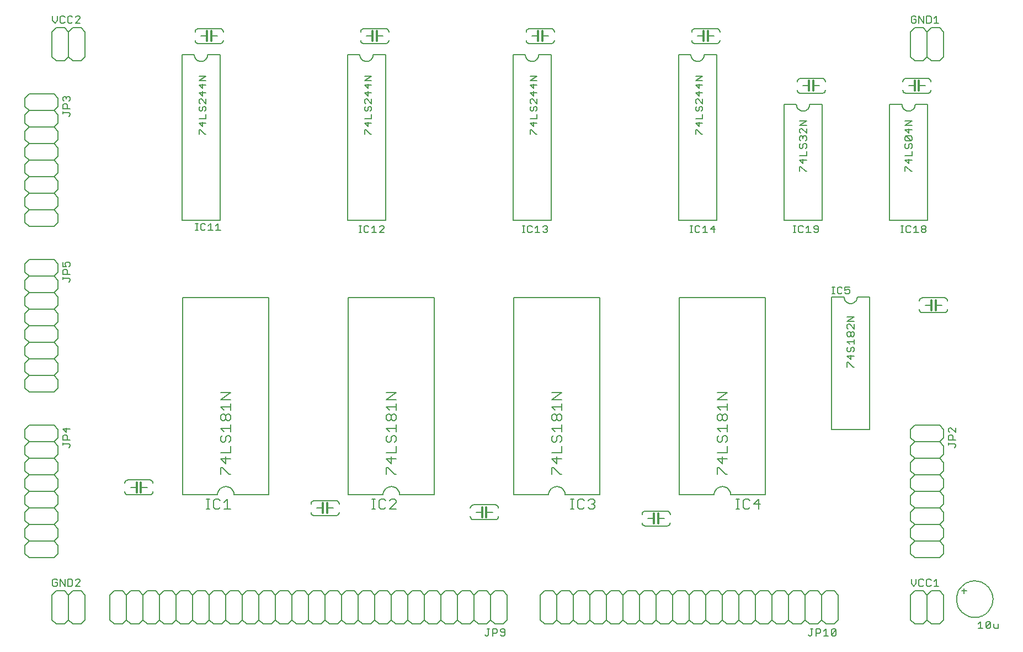
<source format=gto>
G75*
%MOIN*%
%OFA0B0*%
%FSLAX24Y24*%
%IPPOS*%
%LPD*%
%AMOC8*
5,1,8,0,0,1.08239X$1,22.5*
%
%ADD10C,0.0080*%
%ADD11C,0.0120*%
D10*
X006890Y005890D02*
X007140Y005640D01*
X007640Y005640D01*
X007890Y005890D01*
X007890Y007390D01*
X008140Y007640D01*
X008640Y007640D01*
X008890Y007390D01*
X008890Y005890D01*
X008640Y005640D01*
X008140Y005640D01*
X007890Y005890D01*
X006890Y005890D02*
X006890Y007390D01*
X007140Y007640D01*
X007640Y007640D01*
X007890Y007390D01*
X007851Y007930D02*
X008061Y007930D01*
X008131Y008000D01*
X008131Y008280D01*
X008061Y008350D01*
X007851Y008350D01*
X007851Y007930D01*
X007671Y007930D02*
X007671Y008350D01*
X007390Y008350D02*
X007671Y007930D01*
X007390Y007930D02*
X007390Y008350D01*
X007210Y008280D02*
X007140Y008350D01*
X007000Y008350D01*
X006930Y008280D01*
X006930Y008000D01*
X007000Y007930D01*
X007140Y007930D01*
X007210Y008000D01*
X007210Y008140D01*
X007070Y008140D01*
X008311Y008280D02*
X008381Y008350D01*
X008521Y008350D01*
X008591Y008280D01*
X008591Y008210D01*
X008311Y007930D01*
X008591Y007930D01*
X010390Y007390D02*
X010390Y005890D01*
X010640Y005640D01*
X011140Y005640D01*
X011390Y005890D01*
X011390Y007390D01*
X011140Y007640D01*
X010640Y007640D01*
X010390Y007390D01*
X011390Y007390D02*
X011640Y007640D01*
X012140Y007640D01*
X012390Y007390D01*
X012390Y005890D01*
X012140Y005640D01*
X011640Y005640D01*
X011390Y005890D01*
X012390Y005890D02*
X012640Y005640D01*
X013140Y005640D01*
X013390Y005890D01*
X013390Y007390D01*
X013140Y007640D01*
X012640Y007640D01*
X012390Y007390D01*
X013390Y007390D02*
X013640Y007640D01*
X014140Y007640D01*
X014390Y007390D01*
X014390Y005890D01*
X014140Y005640D01*
X013640Y005640D01*
X013390Y005890D01*
X014390Y005890D02*
X014640Y005640D01*
X015140Y005640D01*
X015390Y005890D01*
X015390Y007390D01*
X015140Y007640D01*
X014640Y007640D01*
X014390Y007390D01*
X015390Y007390D02*
X015640Y007640D01*
X016140Y007640D01*
X016390Y007390D01*
X016390Y005890D01*
X016140Y005640D01*
X015640Y005640D01*
X015390Y005890D01*
X016390Y005890D02*
X016640Y005640D01*
X017140Y005640D01*
X017390Y005890D01*
X017390Y007390D01*
X017640Y007640D01*
X018140Y007640D01*
X018390Y007390D01*
X018390Y005890D01*
X018140Y005640D01*
X017640Y005640D01*
X017390Y005890D01*
X018390Y005890D02*
X018640Y005640D01*
X019140Y005640D01*
X019390Y005890D01*
X019390Y007390D01*
X019640Y007640D01*
X020140Y007640D01*
X020390Y007390D01*
X020390Y005890D01*
X020140Y005640D01*
X019640Y005640D01*
X019390Y005890D01*
X020390Y005890D02*
X020640Y005640D01*
X021140Y005640D01*
X021390Y005890D01*
X021390Y007390D01*
X021640Y007640D01*
X022140Y007640D01*
X022390Y007390D01*
X022390Y005890D01*
X022140Y005640D01*
X021640Y005640D01*
X021390Y005890D01*
X022390Y005890D02*
X022640Y005640D01*
X023140Y005640D01*
X023390Y005890D01*
X023390Y007390D01*
X023640Y007640D01*
X024140Y007640D01*
X024390Y007390D01*
X024390Y005890D01*
X024140Y005640D01*
X023640Y005640D01*
X023390Y005890D01*
X024390Y005890D02*
X024640Y005640D01*
X025140Y005640D01*
X025390Y005890D01*
X025390Y007390D01*
X025640Y007640D01*
X026140Y007640D01*
X026390Y007390D01*
X026390Y005890D01*
X026140Y005640D01*
X025640Y005640D01*
X025390Y005890D01*
X026390Y005890D02*
X026640Y005640D01*
X027140Y005640D01*
X027390Y005890D01*
X027390Y007390D01*
X027640Y007640D01*
X028140Y007640D01*
X028390Y007390D01*
X028390Y005890D01*
X028140Y005640D01*
X027640Y005640D01*
X027390Y005890D01*
X028390Y005890D02*
X028640Y005640D01*
X029140Y005640D01*
X029390Y005890D01*
X029390Y007390D01*
X029140Y007640D01*
X028640Y007640D01*
X028390Y007390D01*
X029390Y007390D02*
X029640Y007640D01*
X030140Y007640D01*
X030390Y007390D01*
X030390Y005890D01*
X030140Y005640D01*
X029640Y005640D01*
X029390Y005890D01*
X030390Y005890D02*
X030640Y005640D01*
X031140Y005640D01*
X031390Y005890D01*
X031390Y007390D01*
X031140Y007640D01*
X030640Y007640D01*
X030390Y007390D01*
X031390Y007390D02*
X031640Y007640D01*
X032140Y007640D01*
X032390Y007390D01*
X032390Y005890D01*
X032140Y005640D01*
X031640Y005640D01*
X031390Y005890D01*
X032390Y005890D02*
X032640Y005640D01*
X033140Y005640D01*
X033390Y005890D01*
X033390Y007390D01*
X033140Y007640D01*
X032640Y007640D01*
X032390Y007390D01*
X033390Y007390D02*
X033640Y007640D01*
X034140Y007640D01*
X034390Y007390D01*
X034390Y005890D01*
X034140Y005640D01*
X033640Y005640D01*
X033390Y005890D01*
X033329Y005350D02*
X033189Y005350D01*
X033259Y005350D02*
X033259Y005000D01*
X033189Y004930D01*
X033119Y004930D01*
X033049Y005000D01*
X033509Y004930D02*
X033509Y005350D01*
X033719Y005350D01*
X033789Y005280D01*
X033789Y005140D01*
X033719Y005070D01*
X033509Y005070D01*
X033970Y005000D02*
X034040Y004930D01*
X034180Y004930D01*
X034250Y005000D01*
X034250Y005280D01*
X034180Y005350D01*
X034040Y005350D01*
X033970Y005280D01*
X033970Y005210D01*
X034040Y005140D01*
X034250Y005140D01*
X036390Y005890D02*
X036640Y005640D01*
X037140Y005640D01*
X037390Y005890D01*
X037390Y007390D01*
X037640Y007640D01*
X038140Y007640D01*
X038390Y007390D01*
X038390Y005890D01*
X038140Y005640D01*
X037640Y005640D01*
X037390Y005890D01*
X036390Y005890D02*
X036390Y007390D01*
X036640Y007640D01*
X037140Y007640D01*
X037390Y007390D01*
X038390Y007390D02*
X038640Y007640D01*
X039140Y007640D01*
X039390Y007390D01*
X039390Y005890D01*
X039140Y005640D01*
X038640Y005640D01*
X038390Y005890D01*
X039390Y005890D02*
X039640Y005640D01*
X040140Y005640D01*
X040390Y005890D01*
X040390Y007390D01*
X040640Y007640D01*
X041140Y007640D01*
X041390Y007390D01*
X041390Y005890D01*
X041140Y005640D01*
X040640Y005640D01*
X040390Y005890D01*
X041390Y005890D02*
X041640Y005640D01*
X042140Y005640D01*
X042390Y005890D01*
X042390Y007390D01*
X042640Y007640D01*
X043140Y007640D01*
X043390Y007390D01*
X043390Y005890D01*
X043140Y005640D01*
X042640Y005640D01*
X042390Y005890D01*
X043390Y005890D02*
X043640Y005640D01*
X044140Y005640D01*
X044390Y005890D01*
X044390Y007390D01*
X044640Y007640D01*
X045140Y007640D01*
X045390Y007390D01*
X045390Y005890D01*
X045140Y005640D01*
X044640Y005640D01*
X044390Y005890D01*
X045390Y005890D02*
X045640Y005640D01*
X046140Y005640D01*
X046390Y005890D01*
X046390Y007390D01*
X046640Y007640D01*
X047140Y007640D01*
X047390Y007390D01*
X047390Y005890D01*
X047140Y005640D01*
X046640Y005640D01*
X046390Y005890D01*
X047390Y005890D02*
X047640Y005640D01*
X048140Y005640D01*
X048390Y005890D01*
X048390Y007390D01*
X048140Y007640D01*
X047640Y007640D01*
X047390Y007390D01*
X046390Y007390D02*
X046140Y007640D01*
X045640Y007640D01*
X045390Y007390D01*
X044390Y007390D02*
X044140Y007640D01*
X043640Y007640D01*
X043390Y007390D01*
X042390Y007390D02*
X042140Y007640D01*
X041640Y007640D01*
X041390Y007390D01*
X040390Y007390D02*
X040140Y007640D01*
X039640Y007640D01*
X039390Y007390D01*
X042740Y011565D02*
X044040Y011565D01*
X044066Y011567D01*
X044092Y011572D01*
X044117Y011580D01*
X044140Y011592D01*
X044162Y011606D01*
X044181Y011624D01*
X044199Y011643D01*
X044213Y011665D01*
X044225Y011688D01*
X044233Y011713D01*
X044238Y011739D01*
X044240Y011765D01*
X043890Y012015D02*
X043510Y012015D01*
X043260Y012015D02*
X042890Y012015D01*
X042540Y011765D02*
X042542Y011739D01*
X042547Y011713D01*
X042555Y011688D01*
X042567Y011665D01*
X042581Y011643D01*
X042599Y011624D01*
X042618Y011606D01*
X042640Y011592D01*
X042663Y011580D01*
X042688Y011572D01*
X042714Y011567D01*
X042740Y011565D01*
X042540Y012265D02*
X042542Y012291D01*
X042547Y012317D01*
X042555Y012342D01*
X042567Y012365D01*
X042581Y012387D01*
X042599Y012406D01*
X042618Y012424D01*
X042640Y012438D01*
X042663Y012450D01*
X042688Y012458D01*
X042714Y012463D01*
X042740Y012465D01*
X044040Y012465D01*
X044066Y012463D01*
X044092Y012458D01*
X044117Y012450D01*
X044140Y012438D01*
X044162Y012424D01*
X044181Y012406D01*
X044199Y012387D01*
X044213Y012365D01*
X044225Y012342D01*
X044233Y012317D01*
X044238Y012291D01*
X044240Y012265D01*
X044790Y013440D02*
X044790Y025340D01*
X049990Y025340D01*
X049990Y013440D01*
X047890Y013440D01*
X048211Y013201D02*
X048418Y013201D01*
X048315Y013201D02*
X048315Y012580D01*
X048418Y012580D02*
X048211Y012580D01*
X048641Y012683D02*
X048641Y013097D01*
X048744Y013201D01*
X048951Y013201D01*
X049055Y013097D01*
X049285Y012890D02*
X049699Y012890D01*
X049596Y012580D02*
X049596Y013201D01*
X049285Y012890D01*
X049055Y012683D02*
X048951Y012580D01*
X048744Y012580D01*
X048641Y012683D01*
X047890Y013440D02*
X047888Y013484D01*
X047882Y013527D01*
X047873Y013569D01*
X047860Y013611D01*
X047843Y013651D01*
X047823Y013690D01*
X047800Y013727D01*
X047773Y013761D01*
X047744Y013794D01*
X047711Y013823D01*
X047677Y013850D01*
X047640Y013873D01*
X047601Y013893D01*
X047561Y013910D01*
X047519Y013923D01*
X047477Y013932D01*
X047434Y013938D01*
X047390Y013940D01*
X047346Y013938D01*
X047303Y013932D01*
X047261Y013923D01*
X047219Y013910D01*
X047179Y013893D01*
X047140Y013873D01*
X047103Y013850D01*
X047069Y013823D01*
X047036Y013794D01*
X047007Y013761D01*
X046980Y013727D01*
X046957Y013690D01*
X046937Y013651D01*
X046920Y013611D01*
X046907Y013569D01*
X046898Y013527D01*
X046892Y013484D01*
X046890Y013440D01*
X044790Y013440D01*
X047079Y014680D02*
X047079Y015094D01*
X047183Y015094D01*
X047597Y014680D01*
X047700Y014680D01*
X047390Y015325D02*
X047390Y015738D01*
X047700Y015635D02*
X047079Y015635D01*
X047390Y015325D01*
X047700Y015969D02*
X047079Y015969D01*
X047700Y015969D02*
X047700Y016383D01*
X047597Y016614D02*
X047700Y016717D01*
X047700Y016924D01*
X047597Y017027D01*
X047493Y017027D01*
X047390Y016924D01*
X047390Y016717D01*
X047286Y016614D01*
X047183Y016614D01*
X047079Y016717D01*
X047079Y016924D01*
X047183Y017027D01*
X047286Y017258D02*
X047079Y017465D01*
X047700Y017465D01*
X047700Y017258D02*
X047700Y017672D01*
X047597Y017903D02*
X047493Y017903D01*
X047390Y018006D01*
X047390Y018213D01*
X047493Y018316D01*
X047597Y018316D01*
X047700Y018213D01*
X047700Y018006D01*
X047597Y017903D01*
X047390Y018006D02*
X047286Y017903D01*
X047183Y017903D01*
X047079Y018006D01*
X047079Y018213D01*
X047183Y018316D01*
X047286Y018316D01*
X047390Y018213D01*
X047286Y018547D02*
X047079Y018754D01*
X047700Y018754D01*
X047700Y018547D02*
X047700Y018961D01*
X047700Y019192D02*
X047079Y019192D01*
X047700Y019606D01*
X047079Y019606D01*
X053990Y017390D02*
X056290Y017390D01*
X056290Y025390D01*
X055540Y025390D01*
X055538Y025351D01*
X055532Y025312D01*
X055523Y025274D01*
X055510Y025237D01*
X055493Y025201D01*
X055473Y025168D01*
X055449Y025136D01*
X055423Y025107D01*
X055394Y025081D01*
X055362Y025057D01*
X055329Y025037D01*
X055293Y025020D01*
X055256Y025007D01*
X055218Y024998D01*
X055179Y024992D01*
X055140Y024990D01*
X055101Y024992D01*
X055062Y024998D01*
X055024Y025007D01*
X054987Y025020D01*
X054951Y025037D01*
X054918Y025057D01*
X054886Y025081D01*
X054857Y025107D01*
X054831Y025136D01*
X054807Y025168D01*
X054787Y025201D01*
X054770Y025237D01*
X054757Y025274D01*
X054748Y025312D01*
X054742Y025351D01*
X054740Y025390D01*
X053990Y025390D01*
X053990Y017390D01*
X058765Y017390D02*
X058765Y016890D01*
X059015Y016640D01*
X060515Y016640D01*
X060765Y016390D01*
X060765Y015890D01*
X060515Y015640D01*
X059015Y015640D01*
X058765Y015390D01*
X058765Y014890D01*
X059015Y014640D01*
X060515Y014640D01*
X060765Y014390D01*
X060765Y013890D01*
X060515Y013640D01*
X059015Y013640D01*
X058765Y013390D01*
X058765Y012890D01*
X059015Y012640D01*
X060515Y012640D01*
X060765Y012390D01*
X060765Y011890D01*
X060515Y011640D01*
X059015Y011640D01*
X058765Y011390D01*
X058765Y010890D01*
X059015Y010640D01*
X058765Y010390D01*
X058765Y009890D01*
X059015Y009640D01*
X060515Y009640D01*
X060765Y009890D01*
X060765Y010390D01*
X060515Y010640D01*
X059015Y010640D01*
X059015Y011640D02*
X058765Y011890D01*
X058765Y012390D01*
X059015Y012640D01*
X059015Y013640D02*
X058765Y013890D01*
X058765Y014390D01*
X059015Y014640D01*
X059015Y015640D02*
X058765Y015890D01*
X058765Y016390D01*
X059015Y016640D01*
X058765Y017390D02*
X059015Y017640D01*
X060515Y017640D01*
X060765Y017390D01*
X060765Y016890D01*
X060515Y016640D01*
X061055Y016579D02*
X061055Y016439D01*
X061055Y016509D02*
X061405Y016509D01*
X061475Y016439D01*
X061475Y016369D01*
X061405Y016299D01*
X061475Y016759D02*
X061055Y016759D01*
X061055Y016969D01*
X061125Y017039D01*
X061265Y017039D01*
X061335Y016969D01*
X061335Y016759D01*
X061475Y017220D02*
X061195Y017500D01*
X061125Y017500D01*
X061055Y017430D01*
X061055Y017290D01*
X061125Y017220D01*
X061475Y017220D02*
X061475Y017500D01*
X060515Y015640D02*
X060765Y015390D01*
X060765Y014890D01*
X060515Y014640D01*
X060515Y013640D02*
X060765Y013390D01*
X060765Y012890D01*
X060515Y012640D01*
X060515Y011640D02*
X060765Y011390D01*
X060765Y010890D01*
X060515Y010640D01*
X060326Y008350D02*
X060186Y008210D01*
X060006Y008280D02*
X059936Y008350D01*
X059796Y008350D01*
X059726Y008280D01*
X059726Y008000D01*
X059796Y007930D01*
X059936Y007930D01*
X060006Y008000D01*
X060186Y007930D02*
X060466Y007930D01*
X060326Y007930D02*
X060326Y008350D01*
X060515Y007640D02*
X060015Y007640D01*
X059765Y007390D01*
X059765Y005890D01*
X060015Y005640D01*
X060515Y005640D01*
X060765Y005890D01*
X060765Y007390D01*
X060515Y007640D01*
X059765Y007390D02*
X059515Y007640D01*
X059015Y007640D01*
X058765Y007390D01*
X058765Y005890D01*
X059015Y005640D01*
X059515Y005640D01*
X059765Y005890D01*
X061990Y007490D02*
X061990Y007640D01*
X061990Y007790D01*
X061990Y007640D02*
X062140Y007640D01*
X061990Y007640D02*
X061840Y007640D01*
X061540Y007140D02*
X061542Y007206D01*
X061548Y007271D01*
X061558Y007336D01*
X061571Y007401D01*
X061589Y007464D01*
X061610Y007527D01*
X061635Y007587D01*
X061664Y007647D01*
X061696Y007704D01*
X061731Y007760D01*
X061770Y007813D01*
X061812Y007864D01*
X061856Y007912D01*
X061904Y007957D01*
X061954Y008000D01*
X062007Y008039D01*
X062062Y008076D01*
X062119Y008109D01*
X062178Y008138D01*
X062238Y008164D01*
X062300Y008186D01*
X062363Y008205D01*
X062427Y008219D01*
X062492Y008230D01*
X062558Y008237D01*
X062624Y008240D01*
X062689Y008239D01*
X062755Y008234D01*
X062820Y008225D01*
X062885Y008212D01*
X062948Y008196D01*
X063011Y008176D01*
X063072Y008151D01*
X063132Y008124D01*
X063190Y008093D01*
X063246Y008058D01*
X063300Y008020D01*
X063351Y007979D01*
X063400Y007935D01*
X063446Y007888D01*
X063490Y007839D01*
X063530Y007787D01*
X063567Y007732D01*
X063601Y007676D01*
X063631Y007617D01*
X063658Y007557D01*
X063681Y007496D01*
X063700Y007433D01*
X063716Y007369D01*
X063728Y007304D01*
X063736Y007239D01*
X063740Y007173D01*
X063740Y007107D01*
X063736Y007041D01*
X063728Y006976D01*
X063716Y006911D01*
X063700Y006847D01*
X063681Y006784D01*
X063658Y006723D01*
X063631Y006663D01*
X063601Y006604D01*
X063567Y006548D01*
X063530Y006493D01*
X063490Y006441D01*
X063446Y006392D01*
X063400Y006345D01*
X063351Y006301D01*
X063300Y006260D01*
X063246Y006222D01*
X063190Y006187D01*
X063132Y006156D01*
X063072Y006129D01*
X063011Y006104D01*
X062948Y006084D01*
X062885Y006068D01*
X062820Y006055D01*
X062755Y006046D01*
X062689Y006041D01*
X062624Y006040D01*
X062558Y006043D01*
X062492Y006050D01*
X062427Y006061D01*
X062363Y006075D01*
X062300Y006094D01*
X062238Y006116D01*
X062178Y006142D01*
X062119Y006171D01*
X062062Y006204D01*
X062007Y006241D01*
X061954Y006280D01*
X061904Y006323D01*
X061856Y006368D01*
X061812Y006416D01*
X061770Y006467D01*
X061731Y006520D01*
X061696Y006576D01*
X061664Y006633D01*
X061635Y006693D01*
X061610Y006753D01*
X061589Y006816D01*
X061571Y006879D01*
X061558Y006944D01*
X061548Y007009D01*
X061542Y007074D01*
X061540Y007140D01*
X062995Y005800D02*
X062995Y005380D01*
X062855Y005380D02*
X063135Y005380D01*
X063315Y005450D02*
X063596Y005730D01*
X063596Y005450D01*
X063526Y005380D01*
X063385Y005380D01*
X063315Y005450D01*
X063315Y005730D01*
X063385Y005800D01*
X063526Y005800D01*
X063596Y005730D01*
X063776Y005660D02*
X063776Y005450D01*
X063846Y005380D01*
X064056Y005380D01*
X064056Y005660D01*
X062995Y005800D02*
X062855Y005660D01*
X059546Y008000D02*
X059476Y007930D01*
X059335Y007930D01*
X059265Y008000D01*
X059265Y008280D01*
X059335Y008350D01*
X059476Y008350D01*
X059546Y008280D01*
X059085Y008350D02*
X059085Y008070D01*
X058945Y007930D01*
X058805Y008070D01*
X058805Y008350D01*
X054390Y007390D02*
X054390Y005890D01*
X054140Y005640D01*
X053640Y005640D01*
X053390Y005890D01*
X053390Y007390D01*
X053140Y007640D01*
X052640Y007640D01*
X052390Y007390D01*
X052390Y005890D01*
X052140Y005640D01*
X051640Y005640D01*
X051390Y005890D01*
X051390Y007390D01*
X051140Y007640D01*
X050640Y007640D01*
X050390Y007390D01*
X050390Y005890D01*
X050140Y005640D01*
X049640Y005640D01*
X049390Y005890D01*
X049390Y007390D01*
X049140Y007640D01*
X048640Y007640D01*
X048390Y007390D01*
X049390Y007390D02*
X049640Y007640D01*
X050140Y007640D01*
X050390Y007390D01*
X051390Y007390D02*
X051640Y007640D01*
X052140Y007640D01*
X052390Y007390D01*
X053390Y007390D02*
X053640Y007640D01*
X054140Y007640D01*
X054390Y007390D01*
X053390Y005890D02*
X053140Y005640D01*
X052640Y005640D01*
X052390Y005890D01*
X052729Y005350D02*
X052869Y005350D01*
X052799Y005350D02*
X052799Y005000D01*
X052729Y004930D01*
X052658Y004930D01*
X052588Y005000D01*
X053049Y004930D02*
X053049Y005350D01*
X053259Y005350D01*
X053329Y005280D01*
X053329Y005140D01*
X053259Y005070D01*
X053049Y005070D01*
X053509Y004930D02*
X053789Y004930D01*
X053649Y004930D02*
X053649Y005350D01*
X053509Y005210D01*
X053970Y005280D02*
X053970Y005000D01*
X054250Y005280D01*
X054250Y005000D01*
X054180Y004930D01*
X054040Y004930D01*
X053970Y005000D01*
X053970Y005280D02*
X054040Y005350D01*
X054180Y005350D01*
X054250Y005280D01*
X051390Y005890D02*
X051140Y005640D01*
X050640Y005640D01*
X050390Y005890D01*
X049390Y005890D02*
X049140Y005640D01*
X048640Y005640D01*
X048390Y005890D01*
X039699Y012683D02*
X039596Y012580D01*
X039389Y012580D01*
X039285Y012683D01*
X039055Y012683D02*
X038951Y012580D01*
X038744Y012580D01*
X038641Y012683D01*
X038641Y013097D01*
X038744Y013201D01*
X038951Y013201D01*
X039055Y013097D01*
X039285Y013097D02*
X039389Y013201D01*
X039596Y013201D01*
X039699Y013097D01*
X039699Y012994D01*
X039596Y012890D01*
X039699Y012787D01*
X039699Y012683D01*
X039596Y012890D02*
X039492Y012890D01*
X039990Y013440D02*
X039990Y025340D01*
X034790Y025340D01*
X034790Y013440D01*
X036890Y013440D01*
X036892Y013484D01*
X036898Y013527D01*
X036907Y013569D01*
X036920Y013611D01*
X036937Y013651D01*
X036957Y013690D01*
X036980Y013727D01*
X037007Y013761D01*
X037036Y013794D01*
X037069Y013823D01*
X037103Y013850D01*
X037140Y013873D01*
X037179Y013893D01*
X037219Y013910D01*
X037261Y013923D01*
X037303Y013932D01*
X037346Y013938D01*
X037390Y013940D01*
X037434Y013938D01*
X037477Y013932D01*
X037519Y013923D01*
X037561Y013910D01*
X037601Y013893D01*
X037640Y013873D01*
X037677Y013850D01*
X037711Y013823D01*
X037744Y013794D01*
X037773Y013761D01*
X037800Y013727D01*
X037823Y013690D01*
X037843Y013651D01*
X037860Y013611D01*
X037873Y013569D01*
X037882Y013527D01*
X037888Y013484D01*
X037890Y013440D01*
X039990Y013440D01*
X038418Y013201D02*
X038211Y013201D01*
X038315Y013201D02*
X038315Y012580D01*
X038418Y012580D02*
X038211Y012580D01*
X037700Y014680D02*
X037597Y014680D01*
X037183Y015094D01*
X037079Y015094D01*
X037079Y014680D01*
X037390Y015325D02*
X037390Y015738D01*
X037700Y015635D02*
X037079Y015635D01*
X037390Y015325D01*
X037700Y015969D02*
X037079Y015969D01*
X037700Y015969D02*
X037700Y016383D01*
X037597Y016614D02*
X037700Y016717D01*
X037700Y016924D01*
X037597Y017027D01*
X037493Y017027D01*
X037390Y016924D01*
X037390Y016717D01*
X037286Y016614D01*
X037183Y016614D01*
X037079Y016717D01*
X037079Y016924D01*
X037183Y017027D01*
X037286Y017258D02*
X037079Y017465D01*
X037700Y017465D01*
X037700Y017258D02*
X037700Y017672D01*
X037597Y017903D02*
X037493Y017903D01*
X037390Y018006D01*
X037390Y018213D01*
X037493Y018316D01*
X037597Y018316D01*
X037700Y018213D01*
X037700Y018006D01*
X037597Y017903D01*
X037390Y018006D02*
X037286Y017903D01*
X037183Y017903D01*
X037079Y018006D01*
X037079Y018213D01*
X037183Y018316D01*
X037286Y018316D01*
X037390Y018213D01*
X037286Y018547D02*
X037079Y018754D01*
X037700Y018754D01*
X037700Y018547D02*
X037700Y018961D01*
X037700Y019192D02*
X037079Y019192D01*
X037700Y019606D01*
X037079Y019606D01*
X029990Y025340D02*
X029990Y013440D01*
X027890Y013440D01*
X027596Y013201D02*
X027389Y013201D01*
X027285Y013097D01*
X027055Y013097D02*
X026951Y013201D01*
X026744Y013201D01*
X026641Y013097D01*
X026641Y012683D01*
X026744Y012580D01*
X026951Y012580D01*
X027055Y012683D01*
X027285Y012580D02*
X027699Y012994D01*
X027699Y013097D01*
X027596Y013201D01*
X027890Y013440D02*
X027888Y013484D01*
X027882Y013527D01*
X027873Y013569D01*
X027860Y013611D01*
X027843Y013651D01*
X027823Y013690D01*
X027800Y013727D01*
X027773Y013761D01*
X027744Y013794D01*
X027711Y013823D01*
X027677Y013850D01*
X027640Y013873D01*
X027601Y013893D01*
X027561Y013910D01*
X027519Y013923D01*
X027477Y013932D01*
X027434Y013938D01*
X027390Y013940D01*
X027346Y013938D01*
X027303Y013932D01*
X027261Y013923D01*
X027219Y013910D01*
X027179Y013893D01*
X027140Y013873D01*
X027103Y013850D01*
X027069Y013823D01*
X027036Y013794D01*
X027007Y013761D01*
X026980Y013727D01*
X026957Y013690D01*
X026937Y013651D01*
X026920Y013611D01*
X026907Y013569D01*
X026898Y013527D01*
X026892Y013484D01*
X026890Y013440D01*
X024790Y013440D01*
X024790Y025340D01*
X029990Y025340D01*
X026950Y029280D02*
X026670Y029280D01*
X026950Y029560D01*
X026950Y029630D01*
X026880Y029700D01*
X026740Y029700D01*
X026670Y029630D01*
X026349Y029700D02*
X026349Y029280D01*
X026209Y029280D02*
X026489Y029280D01*
X026209Y029560D02*
X026349Y029700D01*
X026029Y029630D02*
X025959Y029700D01*
X025819Y029700D01*
X025749Y029630D01*
X025749Y029350D01*
X025819Y029280D01*
X025959Y029280D01*
X026029Y029350D01*
X025582Y029280D02*
X025442Y029280D01*
X025512Y029280D02*
X025512Y029700D01*
X025442Y029700D02*
X025582Y029700D01*
X024740Y030015D02*
X027040Y030015D01*
X027040Y040015D01*
X026290Y040015D01*
X026288Y039976D01*
X026282Y039937D01*
X026273Y039899D01*
X026260Y039862D01*
X026243Y039826D01*
X026223Y039793D01*
X026199Y039761D01*
X026173Y039732D01*
X026144Y039706D01*
X026112Y039682D01*
X026079Y039662D01*
X026043Y039645D01*
X026006Y039632D01*
X025968Y039623D01*
X025929Y039617D01*
X025890Y039615D01*
X025851Y039617D01*
X025812Y039623D01*
X025774Y039632D01*
X025737Y039645D01*
X025701Y039662D01*
X025668Y039682D01*
X025636Y039706D01*
X025607Y039732D01*
X025581Y039761D01*
X025557Y039793D01*
X025537Y039826D01*
X025520Y039862D01*
X025507Y039899D01*
X025498Y039937D01*
X025492Y039976D01*
X025490Y040015D01*
X024740Y040015D01*
X024740Y030015D01*
X019990Y025340D02*
X019990Y013440D01*
X017890Y013440D01*
X017492Y013201D02*
X017492Y012580D01*
X017285Y012580D02*
X017699Y012580D01*
X017285Y012994D02*
X017492Y013201D01*
X017890Y013440D02*
X017888Y013484D01*
X017882Y013527D01*
X017873Y013569D01*
X017860Y013611D01*
X017843Y013651D01*
X017823Y013690D01*
X017800Y013727D01*
X017773Y013761D01*
X017744Y013794D01*
X017711Y013823D01*
X017677Y013850D01*
X017640Y013873D01*
X017601Y013893D01*
X017561Y013910D01*
X017519Y013923D01*
X017477Y013932D01*
X017434Y013938D01*
X017390Y013940D01*
X017346Y013938D01*
X017303Y013932D01*
X017261Y013923D01*
X017219Y013910D01*
X017179Y013893D01*
X017140Y013873D01*
X017103Y013850D01*
X017069Y013823D01*
X017036Y013794D01*
X017007Y013761D01*
X016980Y013727D01*
X016957Y013690D01*
X016937Y013651D01*
X016920Y013611D01*
X016907Y013569D01*
X016898Y013527D01*
X016892Y013484D01*
X016890Y013440D01*
X014790Y013440D01*
X014790Y025340D01*
X019990Y025340D01*
X017075Y029405D02*
X016795Y029405D01*
X016935Y029405D02*
X016935Y029825D01*
X016795Y029685D01*
X016614Y029405D02*
X016334Y029405D01*
X016474Y029405D02*
X016474Y029825D01*
X016334Y029685D01*
X016154Y029755D02*
X016084Y029825D01*
X015944Y029825D01*
X015874Y029755D01*
X015874Y029475D01*
X015944Y029405D01*
X016084Y029405D01*
X016154Y029475D01*
X015707Y029405D02*
X015567Y029405D01*
X015637Y029405D02*
X015637Y029825D01*
X015567Y029825D02*
X015707Y029825D01*
X014740Y030015D02*
X017040Y030015D01*
X017040Y040015D01*
X016290Y040015D01*
X016288Y039976D01*
X016282Y039937D01*
X016273Y039899D01*
X016260Y039862D01*
X016243Y039826D01*
X016223Y039793D01*
X016199Y039761D01*
X016173Y039732D01*
X016144Y039706D01*
X016112Y039682D01*
X016079Y039662D01*
X016043Y039645D01*
X016006Y039632D01*
X015968Y039623D01*
X015929Y039617D01*
X015890Y039615D01*
X015851Y039617D01*
X015812Y039623D01*
X015774Y039632D01*
X015737Y039645D01*
X015701Y039662D01*
X015668Y039682D01*
X015636Y039706D01*
X015607Y039732D01*
X015581Y039761D01*
X015557Y039793D01*
X015537Y039826D01*
X015520Y039862D01*
X015507Y039899D01*
X015498Y039937D01*
X015492Y039976D01*
X015490Y040015D01*
X014740Y040015D01*
X014740Y030015D01*
X007975Y027430D02*
X007975Y027290D01*
X007905Y027220D01*
X007765Y027220D02*
X007695Y027360D01*
X007695Y027430D01*
X007765Y027500D01*
X007905Y027500D01*
X007975Y027430D01*
X007765Y027220D02*
X007555Y027220D01*
X007555Y027500D01*
X007265Y027390D02*
X007265Y026890D01*
X007015Y026640D01*
X005515Y026640D01*
X005265Y026390D01*
X005265Y025890D01*
X005515Y025640D01*
X007015Y025640D01*
X007265Y025390D01*
X007265Y024890D01*
X007015Y024640D01*
X005515Y024640D01*
X005265Y024390D01*
X005265Y023890D01*
X005515Y023640D01*
X007015Y023640D01*
X007265Y023390D01*
X007265Y022890D01*
X007015Y022640D01*
X005515Y022640D01*
X005265Y022390D01*
X005265Y021890D01*
X005515Y021640D01*
X007015Y021640D01*
X007265Y021390D01*
X007265Y020890D01*
X007015Y020640D01*
X007265Y020390D01*
X007265Y019890D01*
X007015Y019640D01*
X005515Y019640D01*
X005265Y019890D01*
X005265Y020390D01*
X005515Y020640D01*
X007015Y020640D01*
X007015Y021640D02*
X007265Y021890D01*
X007265Y022390D01*
X007015Y022640D01*
X007015Y023640D02*
X007265Y023890D01*
X007265Y024390D01*
X007015Y024640D01*
X007015Y025640D02*
X007265Y025890D01*
X007265Y026390D01*
X007015Y026640D01*
X007555Y026579D02*
X007555Y026439D01*
X007555Y026509D02*
X007905Y026509D01*
X007975Y026439D01*
X007975Y026369D01*
X007905Y026299D01*
X007975Y026759D02*
X007555Y026759D01*
X007555Y026969D01*
X007625Y027039D01*
X007765Y027039D01*
X007835Y026969D01*
X007835Y026759D01*
X007265Y027390D02*
X007015Y027640D01*
X005515Y027640D01*
X005265Y027390D01*
X005265Y026890D01*
X005515Y026640D01*
X005515Y025640D02*
X005265Y025390D01*
X005265Y024890D01*
X005515Y024640D01*
X005515Y023640D02*
X005265Y023390D01*
X005265Y022890D01*
X005515Y022640D01*
X005515Y021640D02*
X005265Y021390D01*
X005265Y020890D01*
X005515Y020640D01*
X005515Y017640D02*
X007015Y017640D01*
X007265Y017390D01*
X007265Y016890D01*
X007015Y016640D01*
X005515Y016640D01*
X005265Y016390D01*
X005265Y015890D01*
X005515Y015640D01*
X007015Y015640D01*
X007265Y015390D01*
X007265Y014890D01*
X007015Y014640D01*
X005515Y014640D01*
X005265Y014390D01*
X005265Y013890D01*
X005515Y013640D01*
X007015Y013640D01*
X007265Y013390D01*
X007265Y012890D01*
X007015Y012640D01*
X005515Y012640D01*
X005265Y012390D01*
X005265Y011890D01*
X005515Y011640D01*
X007015Y011640D01*
X007265Y011390D01*
X007265Y010890D01*
X007015Y010640D01*
X007265Y010390D01*
X007265Y009890D01*
X007015Y009640D01*
X005515Y009640D01*
X005265Y009890D01*
X005265Y010390D01*
X005515Y010640D01*
X007015Y010640D01*
X007015Y011640D02*
X007265Y011890D01*
X007265Y012390D01*
X007015Y012640D01*
X007015Y013640D02*
X007265Y013890D01*
X007265Y014390D01*
X007015Y014640D01*
X007015Y015640D02*
X007265Y015890D01*
X007265Y016390D01*
X007015Y016640D01*
X007555Y016579D02*
X007555Y016439D01*
X007555Y016509D02*
X007905Y016509D01*
X007975Y016439D01*
X007975Y016369D01*
X007905Y016299D01*
X007975Y016759D02*
X007555Y016759D01*
X007555Y016969D01*
X007625Y017039D01*
X007765Y017039D01*
X007835Y016969D01*
X007835Y016759D01*
X007765Y017220D02*
X007765Y017500D01*
X007975Y017430D02*
X007555Y017430D01*
X007765Y017220D01*
X005515Y017640D02*
X005265Y017390D01*
X005265Y016890D01*
X005515Y016640D01*
X005515Y015640D02*
X005265Y015390D01*
X005265Y014890D01*
X005515Y014640D01*
X005515Y013640D02*
X005265Y013390D01*
X005265Y012890D01*
X005515Y012640D01*
X005515Y011640D02*
X005265Y011390D01*
X005265Y010890D01*
X005515Y010640D01*
X011490Y013440D02*
X012790Y013440D01*
X012816Y013442D01*
X012842Y013447D01*
X012867Y013455D01*
X012890Y013467D01*
X012912Y013481D01*
X012931Y013499D01*
X012949Y013518D01*
X012963Y013540D01*
X012975Y013563D01*
X012983Y013588D01*
X012988Y013614D01*
X012990Y013640D01*
X012640Y013890D02*
X012260Y013890D01*
X012010Y013890D02*
X011640Y013890D01*
X011290Y014140D02*
X011292Y014166D01*
X011297Y014192D01*
X011305Y014217D01*
X011317Y014240D01*
X011331Y014262D01*
X011349Y014281D01*
X011368Y014299D01*
X011390Y014313D01*
X011413Y014325D01*
X011438Y014333D01*
X011464Y014338D01*
X011490Y014340D01*
X012790Y014340D01*
X012816Y014338D01*
X012842Y014333D01*
X012867Y014325D01*
X012890Y014313D01*
X012912Y014299D01*
X012931Y014281D01*
X012949Y014262D01*
X012963Y014240D01*
X012975Y014217D01*
X012983Y014192D01*
X012988Y014166D01*
X012990Y014140D01*
X011490Y013440D02*
X011464Y013442D01*
X011438Y013447D01*
X011413Y013455D01*
X011390Y013467D01*
X011368Y013481D01*
X011349Y013499D01*
X011331Y013518D01*
X011317Y013540D01*
X011305Y013563D01*
X011297Y013588D01*
X011292Y013614D01*
X011290Y013640D01*
X016211Y013201D02*
X016418Y013201D01*
X016315Y013201D02*
X016315Y012580D01*
X016418Y012580D02*
X016211Y012580D01*
X016641Y012683D02*
X016641Y013097D01*
X016744Y013201D01*
X016951Y013201D01*
X017055Y013097D01*
X017055Y012683D02*
X016951Y012580D01*
X016744Y012580D01*
X016641Y012683D01*
X017079Y014680D02*
X017079Y015094D01*
X017183Y015094D01*
X017597Y014680D01*
X017700Y014680D01*
X017390Y015325D02*
X017390Y015738D01*
X017700Y015635D02*
X017079Y015635D01*
X017390Y015325D01*
X017700Y015969D02*
X017700Y016383D01*
X017597Y016614D02*
X017700Y016717D01*
X017700Y016924D01*
X017597Y017027D01*
X017493Y017027D01*
X017390Y016924D01*
X017390Y016717D01*
X017286Y016614D01*
X017183Y016614D01*
X017079Y016717D01*
X017079Y016924D01*
X017183Y017027D01*
X017286Y017258D02*
X017079Y017465D01*
X017700Y017465D01*
X017700Y017258D02*
X017700Y017672D01*
X017597Y017903D02*
X017493Y017903D01*
X017390Y018006D01*
X017390Y018213D01*
X017493Y018316D01*
X017597Y018316D01*
X017700Y018213D01*
X017700Y018006D01*
X017597Y017903D01*
X017390Y018006D02*
X017286Y017903D01*
X017183Y017903D01*
X017079Y018006D01*
X017079Y018213D01*
X017183Y018316D01*
X017286Y018316D01*
X017390Y018213D01*
X017286Y018547D02*
X017079Y018754D01*
X017700Y018754D01*
X017700Y018547D02*
X017700Y018961D01*
X017700Y019192D02*
X017079Y019192D01*
X017700Y019606D01*
X017079Y019606D01*
X017079Y015969D02*
X017700Y015969D01*
X022740Y013090D02*
X024040Y013090D01*
X024066Y013088D01*
X024092Y013083D01*
X024117Y013075D01*
X024140Y013063D01*
X024162Y013049D01*
X024181Y013031D01*
X024199Y013012D01*
X024213Y012990D01*
X024225Y012967D01*
X024233Y012942D01*
X024238Y012916D01*
X024240Y012890D01*
X023890Y012640D02*
X023510Y012640D01*
X023260Y012640D02*
X022890Y012640D01*
X022540Y012390D02*
X022542Y012364D01*
X022547Y012338D01*
X022555Y012313D01*
X022567Y012290D01*
X022581Y012268D01*
X022599Y012249D01*
X022618Y012231D01*
X022640Y012217D01*
X022663Y012205D01*
X022688Y012197D01*
X022714Y012192D01*
X022740Y012190D01*
X024040Y012190D01*
X024066Y012192D01*
X024092Y012197D01*
X024117Y012205D01*
X024140Y012217D01*
X024162Y012231D01*
X024181Y012249D01*
X024199Y012268D01*
X024213Y012290D01*
X024225Y012313D01*
X024233Y012338D01*
X024238Y012364D01*
X024240Y012390D01*
X022740Y013090D02*
X022714Y013088D01*
X022688Y013083D01*
X022663Y013075D01*
X022640Y013063D01*
X022618Y013049D01*
X022599Y013031D01*
X022581Y013012D01*
X022567Y012990D01*
X022555Y012967D01*
X022547Y012942D01*
X022542Y012916D01*
X022540Y012890D01*
X026211Y012580D02*
X026418Y012580D01*
X026315Y012580D02*
X026315Y013201D01*
X026418Y013201D02*
X026211Y013201D01*
X027285Y012580D02*
X027699Y012580D01*
X027700Y014680D02*
X027597Y014680D01*
X027183Y015094D01*
X027079Y015094D01*
X027079Y014680D01*
X027390Y015325D02*
X027390Y015738D01*
X027700Y015635D02*
X027079Y015635D01*
X027390Y015325D01*
X027700Y015969D02*
X027079Y015969D01*
X027700Y015969D02*
X027700Y016383D01*
X027597Y016614D02*
X027700Y016717D01*
X027700Y016924D01*
X027597Y017027D01*
X027493Y017027D01*
X027390Y016924D01*
X027390Y016717D01*
X027286Y016614D01*
X027183Y016614D01*
X027079Y016717D01*
X027079Y016924D01*
X027183Y017027D01*
X027286Y017258D02*
X027079Y017465D01*
X027700Y017465D01*
X027700Y017258D02*
X027700Y017672D01*
X027597Y017903D02*
X027700Y018006D01*
X027700Y018213D01*
X027597Y018316D01*
X027493Y018316D01*
X027390Y018213D01*
X027390Y018006D01*
X027286Y017903D01*
X027183Y017903D01*
X027079Y018006D01*
X027079Y018213D01*
X027183Y018316D01*
X027286Y018316D01*
X027390Y018213D01*
X027390Y018006D02*
X027493Y017903D01*
X027597Y017903D01*
X027700Y018547D02*
X027700Y018961D01*
X027700Y018754D02*
X027079Y018754D01*
X027286Y018547D01*
X027079Y019192D02*
X027700Y019606D01*
X027079Y019606D01*
X027079Y019192D02*
X027700Y019192D01*
X032365Y012840D02*
X033665Y012840D01*
X033691Y012838D01*
X033717Y012833D01*
X033742Y012825D01*
X033765Y012813D01*
X033787Y012799D01*
X033806Y012781D01*
X033824Y012762D01*
X033838Y012740D01*
X033850Y012717D01*
X033858Y012692D01*
X033863Y012666D01*
X033865Y012640D01*
X033515Y012390D02*
X033135Y012390D01*
X032885Y012390D02*
X032515Y012390D01*
X032165Y012640D02*
X032167Y012666D01*
X032172Y012692D01*
X032180Y012717D01*
X032192Y012740D01*
X032206Y012762D01*
X032224Y012781D01*
X032243Y012799D01*
X032265Y012813D01*
X032288Y012825D01*
X032313Y012833D01*
X032339Y012838D01*
X032365Y012840D01*
X032165Y012140D02*
X032167Y012114D01*
X032172Y012088D01*
X032180Y012063D01*
X032192Y012040D01*
X032206Y012018D01*
X032224Y011999D01*
X032243Y011981D01*
X032265Y011967D01*
X032288Y011955D01*
X032313Y011947D01*
X032339Y011942D01*
X032365Y011940D01*
X033665Y011940D01*
X033691Y011942D01*
X033717Y011947D01*
X033742Y011955D01*
X033765Y011967D01*
X033787Y011981D01*
X033806Y011999D01*
X033824Y012018D01*
X033838Y012040D01*
X033850Y012063D01*
X033858Y012088D01*
X033863Y012114D01*
X033865Y012140D01*
X027390Y007390D02*
X027140Y007640D01*
X026640Y007640D01*
X026390Y007390D01*
X025390Y007390D02*
X025140Y007640D01*
X024640Y007640D01*
X024390Y007390D01*
X023390Y007390D02*
X023140Y007640D01*
X022640Y007640D01*
X022390Y007390D01*
X021390Y007390D02*
X021140Y007640D01*
X020640Y007640D01*
X020390Y007390D01*
X019390Y007390D02*
X019140Y007640D01*
X018640Y007640D01*
X018390Y007390D01*
X017390Y007390D02*
X017140Y007640D01*
X016640Y007640D01*
X016390Y007390D01*
X007015Y029640D02*
X005515Y029640D01*
X005265Y029890D01*
X005265Y030390D01*
X005515Y030640D01*
X007015Y030640D01*
X007265Y030390D01*
X007265Y029890D01*
X007015Y029640D01*
X007015Y030640D02*
X007265Y030890D01*
X007265Y031390D01*
X007015Y031640D01*
X005515Y031640D01*
X005265Y031390D01*
X005265Y030890D01*
X005515Y030640D01*
X005515Y031640D02*
X005265Y031890D01*
X005265Y032390D01*
X005515Y032640D01*
X007015Y032640D01*
X007265Y032390D01*
X007265Y031890D01*
X007015Y031640D01*
X007015Y032640D02*
X007265Y032890D01*
X007265Y033390D01*
X007015Y033640D01*
X005515Y033640D01*
X005265Y033390D01*
X005265Y032890D01*
X005515Y032640D01*
X005515Y033640D02*
X005265Y033890D01*
X005265Y034390D01*
X005515Y034640D01*
X007015Y034640D01*
X007265Y034390D01*
X007265Y033890D01*
X007015Y033640D01*
X007015Y034640D02*
X007265Y034890D01*
X007265Y035390D01*
X007015Y035640D01*
X005515Y035640D01*
X005265Y035390D01*
X005265Y034890D01*
X005515Y034640D01*
X005515Y035640D02*
X005265Y035890D01*
X005265Y036390D01*
X005515Y036640D01*
X007015Y036640D01*
X007265Y036390D01*
X007265Y035890D01*
X007015Y035640D01*
X007555Y036439D02*
X007555Y036579D01*
X007555Y036509D02*
X007905Y036509D01*
X007975Y036439D01*
X007975Y036369D01*
X007905Y036299D01*
X007975Y036759D02*
X007555Y036759D01*
X007555Y036969D01*
X007625Y037039D01*
X007765Y037039D01*
X007835Y036969D01*
X007835Y036759D01*
X007905Y037220D02*
X007975Y037290D01*
X007975Y037430D01*
X007905Y037500D01*
X007835Y037500D01*
X007765Y037430D01*
X007765Y037360D01*
X007765Y037430D02*
X007695Y037500D01*
X007625Y037500D01*
X007555Y037430D01*
X007555Y037290D01*
X007625Y037220D01*
X007265Y037390D02*
X007265Y036890D01*
X007015Y036640D01*
X007265Y037390D02*
X007015Y037640D01*
X005515Y037640D01*
X005265Y037390D01*
X005265Y036890D01*
X005515Y036640D01*
X007140Y039640D02*
X006890Y039890D01*
X006890Y041390D01*
X007140Y041640D01*
X007640Y041640D01*
X007890Y041390D01*
X007890Y039890D01*
X008140Y039640D01*
X008640Y039640D01*
X008890Y039890D01*
X008890Y041390D01*
X008640Y041640D01*
X008140Y041640D01*
X007890Y041390D01*
X007921Y041930D02*
X008061Y041930D01*
X008131Y042000D01*
X008311Y041930D02*
X008591Y042210D01*
X008591Y042280D01*
X008521Y042350D01*
X008381Y042350D01*
X008311Y042280D01*
X008131Y042280D02*
X008061Y042350D01*
X007921Y042350D01*
X007851Y042280D01*
X007851Y042000D01*
X007921Y041930D01*
X007671Y042000D02*
X007601Y041930D01*
X007460Y041930D01*
X007390Y042000D01*
X007390Y042280D01*
X007460Y042350D01*
X007601Y042350D01*
X007671Y042280D01*
X007210Y042350D02*
X007210Y042070D01*
X007070Y041930D01*
X006930Y042070D01*
X006930Y042350D01*
X008311Y041930D02*
X008591Y041930D01*
X007890Y039890D02*
X007640Y039640D01*
X007140Y039640D01*
X015740Y040690D02*
X017040Y040690D01*
X017066Y040692D01*
X017092Y040697D01*
X017117Y040705D01*
X017140Y040717D01*
X017162Y040731D01*
X017181Y040749D01*
X017199Y040768D01*
X017213Y040790D01*
X017225Y040813D01*
X017233Y040838D01*
X017238Y040864D01*
X017240Y040890D01*
X016890Y041140D02*
X016510Y041140D01*
X016260Y041140D02*
X015890Y041140D01*
X015540Y041390D02*
X015542Y041416D01*
X015547Y041442D01*
X015555Y041467D01*
X015567Y041490D01*
X015581Y041512D01*
X015599Y041531D01*
X015618Y041549D01*
X015640Y041563D01*
X015663Y041575D01*
X015688Y041583D01*
X015714Y041588D01*
X015740Y041590D01*
X017040Y041590D01*
X017066Y041588D01*
X017092Y041583D01*
X017117Y041575D01*
X017140Y041563D01*
X017162Y041549D01*
X017181Y041531D01*
X017199Y041512D01*
X017213Y041490D01*
X017225Y041467D01*
X017233Y041442D01*
X017238Y041416D01*
X017240Y041390D01*
X015740Y040690D02*
X015714Y040692D01*
X015688Y040697D01*
X015663Y040705D01*
X015640Y040717D01*
X015618Y040731D01*
X015599Y040749D01*
X015581Y040768D01*
X015567Y040790D01*
X015555Y040813D01*
X015547Y040838D01*
X015542Y040864D01*
X015540Y040890D01*
X015780Y038725D02*
X016200Y038725D01*
X015780Y038445D01*
X016200Y038445D01*
X016200Y038194D02*
X015780Y038194D01*
X015990Y037984D01*
X015990Y038264D01*
X015990Y037804D02*
X015990Y037524D01*
X015780Y037734D01*
X016200Y037734D01*
X016200Y037344D02*
X016200Y037063D01*
X015920Y037344D01*
X015850Y037344D01*
X015780Y037274D01*
X015780Y037133D01*
X015850Y037063D01*
X015850Y036883D02*
X015780Y036813D01*
X015780Y036673D01*
X015850Y036603D01*
X015920Y036603D01*
X015990Y036673D01*
X015990Y036813D01*
X016060Y036883D01*
X016130Y036883D01*
X016200Y036813D01*
X016200Y036673D01*
X016130Y036603D01*
X016200Y036423D02*
X016200Y036143D01*
X015780Y036143D01*
X015780Y035892D02*
X015990Y035682D01*
X015990Y035962D01*
X016200Y035892D02*
X015780Y035892D01*
X015780Y035502D02*
X015850Y035502D01*
X016130Y035222D01*
X016200Y035222D01*
X015780Y035222D02*
X015780Y035502D01*
X025780Y035502D02*
X025780Y035222D01*
X025780Y035502D02*
X025850Y035502D01*
X026130Y035222D01*
X026200Y035222D01*
X025990Y035682D02*
X025990Y035962D01*
X026200Y035892D02*
X025780Y035892D01*
X025990Y035682D01*
X026200Y036143D02*
X026200Y036423D01*
X026130Y036603D02*
X026200Y036673D01*
X026200Y036813D01*
X026130Y036883D01*
X026060Y036883D01*
X025990Y036813D01*
X025990Y036673D01*
X025920Y036603D01*
X025850Y036603D01*
X025780Y036673D01*
X025780Y036813D01*
X025850Y036883D01*
X025850Y037063D02*
X025780Y037133D01*
X025780Y037274D01*
X025850Y037344D01*
X025920Y037344D01*
X026200Y037063D01*
X026200Y037344D01*
X025990Y037524D02*
X025990Y037804D01*
X025990Y037984D02*
X025990Y038264D01*
X026200Y038194D02*
X025780Y038194D01*
X025990Y037984D01*
X026200Y037734D02*
X025780Y037734D01*
X025990Y037524D01*
X026200Y038445D02*
X025780Y038445D01*
X026200Y038725D01*
X025780Y038725D01*
X025740Y040690D02*
X027040Y040690D01*
X027066Y040692D01*
X027092Y040697D01*
X027117Y040705D01*
X027140Y040717D01*
X027162Y040731D01*
X027181Y040749D01*
X027199Y040768D01*
X027213Y040790D01*
X027225Y040813D01*
X027233Y040838D01*
X027238Y040864D01*
X027240Y040890D01*
X026890Y041140D02*
X026510Y041140D01*
X026260Y041140D02*
X025890Y041140D01*
X025540Y041390D02*
X025542Y041416D01*
X025547Y041442D01*
X025555Y041467D01*
X025567Y041490D01*
X025581Y041512D01*
X025599Y041531D01*
X025618Y041549D01*
X025640Y041563D01*
X025663Y041575D01*
X025688Y041583D01*
X025714Y041588D01*
X025740Y041590D01*
X027040Y041590D01*
X027066Y041588D01*
X027092Y041583D01*
X027117Y041575D01*
X027140Y041563D01*
X027162Y041549D01*
X027181Y041531D01*
X027199Y041512D01*
X027213Y041490D01*
X027225Y041467D01*
X027233Y041442D01*
X027238Y041416D01*
X027240Y041390D01*
X025740Y040690D02*
X025714Y040692D01*
X025688Y040697D01*
X025663Y040705D01*
X025640Y040717D01*
X025618Y040731D01*
X025599Y040749D01*
X025581Y040768D01*
X025567Y040790D01*
X025555Y040813D01*
X025547Y040838D01*
X025542Y040864D01*
X025540Y040890D01*
X025780Y036143D02*
X026200Y036143D01*
X034740Y040015D02*
X035490Y040015D01*
X035492Y039976D01*
X035498Y039937D01*
X035507Y039899D01*
X035520Y039862D01*
X035537Y039826D01*
X035557Y039793D01*
X035581Y039761D01*
X035607Y039732D01*
X035636Y039706D01*
X035668Y039682D01*
X035701Y039662D01*
X035737Y039645D01*
X035774Y039632D01*
X035812Y039623D01*
X035851Y039617D01*
X035890Y039615D01*
X035929Y039617D01*
X035968Y039623D01*
X036006Y039632D01*
X036043Y039645D01*
X036079Y039662D01*
X036112Y039682D01*
X036144Y039706D01*
X036173Y039732D01*
X036199Y039761D01*
X036223Y039793D01*
X036243Y039826D01*
X036260Y039862D01*
X036273Y039899D01*
X036282Y039937D01*
X036288Y039976D01*
X036290Y040015D01*
X037040Y040015D01*
X037040Y030015D01*
X034740Y030015D01*
X034740Y040015D01*
X035740Y040690D02*
X037040Y040690D01*
X037066Y040692D01*
X037092Y040697D01*
X037117Y040705D01*
X037140Y040717D01*
X037162Y040731D01*
X037181Y040749D01*
X037199Y040768D01*
X037213Y040790D01*
X037225Y040813D01*
X037233Y040838D01*
X037238Y040864D01*
X037240Y040890D01*
X036890Y041140D02*
X036510Y041140D01*
X036260Y041140D02*
X035890Y041140D01*
X035540Y041390D02*
X035542Y041416D01*
X035547Y041442D01*
X035555Y041467D01*
X035567Y041490D01*
X035581Y041512D01*
X035599Y041531D01*
X035618Y041549D01*
X035640Y041563D01*
X035663Y041575D01*
X035688Y041583D01*
X035714Y041588D01*
X035740Y041590D01*
X037040Y041590D01*
X037066Y041588D01*
X037092Y041583D01*
X037117Y041575D01*
X037140Y041563D01*
X037162Y041549D01*
X037181Y041531D01*
X037199Y041512D01*
X037213Y041490D01*
X037225Y041467D01*
X037233Y041442D01*
X037238Y041416D01*
X037240Y041390D01*
X035740Y040690D02*
X035714Y040692D01*
X035688Y040697D01*
X035663Y040705D01*
X035640Y040717D01*
X035618Y040731D01*
X035599Y040749D01*
X035581Y040768D01*
X035567Y040790D01*
X035555Y040813D01*
X035547Y040838D01*
X035542Y040864D01*
X035540Y040890D01*
X035780Y038725D02*
X036200Y038725D01*
X035780Y038445D01*
X036200Y038445D01*
X036200Y038194D02*
X035780Y038194D01*
X035990Y037984D01*
X035990Y038264D01*
X035990Y037804D02*
X035990Y037524D01*
X035780Y037734D01*
X036200Y037734D01*
X036200Y037344D02*
X036200Y037063D01*
X035920Y037344D01*
X035850Y037344D01*
X035780Y037274D01*
X035780Y037133D01*
X035850Y037063D01*
X035850Y036883D02*
X035780Y036813D01*
X035780Y036673D01*
X035850Y036603D01*
X035920Y036603D01*
X035990Y036673D01*
X035990Y036813D01*
X036060Y036883D01*
X036130Y036883D01*
X036200Y036813D01*
X036200Y036673D01*
X036130Y036603D01*
X036200Y036423D02*
X036200Y036143D01*
X035780Y036143D01*
X035780Y035892D02*
X035990Y035682D01*
X035990Y035962D01*
X036200Y035892D02*
X035780Y035892D01*
X035780Y035502D02*
X035850Y035502D01*
X036130Y035222D01*
X036200Y035222D01*
X035780Y035222D02*
X035780Y035502D01*
X035834Y029700D02*
X035694Y029700D01*
X035624Y029630D01*
X035624Y029350D01*
X035694Y029280D01*
X035834Y029280D01*
X035904Y029350D01*
X036084Y029280D02*
X036364Y029280D01*
X036224Y029280D02*
X036224Y029700D01*
X036084Y029560D01*
X035904Y029630D02*
X035834Y029700D01*
X035457Y029700D02*
X035317Y029700D01*
X035387Y029700D02*
X035387Y029280D01*
X035317Y029280D02*
X035457Y029280D01*
X036545Y029350D02*
X036615Y029280D01*
X036755Y029280D01*
X036825Y029350D01*
X036825Y029420D01*
X036755Y029490D01*
X036685Y029490D01*
X036755Y029490D02*
X036825Y029560D01*
X036825Y029630D01*
X036755Y029700D01*
X036615Y029700D01*
X036545Y029630D01*
X044740Y030015D02*
X047040Y030015D01*
X047040Y040015D01*
X046290Y040015D01*
X046288Y039976D01*
X046282Y039937D01*
X046273Y039899D01*
X046260Y039862D01*
X046243Y039826D01*
X046223Y039793D01*
X046199Y039761D01*
X046173Y039732D01*
X046144Y039706D01*
X046112Y039682D01*
X046079Y039662D01*
X046043Y039645D01*
X046006Y039632D01*
X045968Y039623D01*
X045929Y039617D01*
X045890Y039615D01*
X045851Y039617D01*
X045812Y039623D01*
X045774Y039632D01*
X045737Y039645D01*
X045701Y039662D01*
X045668Y039682D01*
X045636Y039706D01*
X045607Y039732D01*
X045581Y039761D01*
X045557Y039793D01*
X045537Y039826D01*
X045520Y039862D01*
X045507Y039899D01*
X045498Y039937D01*
X045492Y039976D01*
X045490Y040015D01*
X044740Y040015D01*
X044740Y030015D01*
X045442Y029700D02*
X045582Y029700D01*
X045512Y029700D02*
X045512Y029280D01*
X045442Y029280D02*
X045582Y029280D01*
X045749Y029350D02*
X045819Y029280D01*
X045959Y029280D01*
X046029Y029350D01*
X046209Y029280D02*
X046489Y029280D01*
X046349Y029280D02*
X046349Y029700D01*
X046209Y029560D01*
X046029Y029630D02*
X045959Y029700D01*
X045819Y029700D01*
X045749Y029630D01*
X045749Y029350D01*
X046670Y029490D02*
X046950Y029490D01*
X046880Y029280D02*
X046880Y029700D01*
X046670Y029490D01*
X051115Y030015D02*
X053415Y030015D01*
X053415Y037015D01*
X052665Y037015D01*
X052663Y036976D01*
X052657Y036937D01*
X052648Y036899D01*
X052635Y036862D01*
X052618Y036826D01*
X052598Y036793D01*
X052574Y036761D01*
X052548Y036732D01*
X052519Y036706D01*
X052487Y036682D01*
X052454Y036662D01*
X052418Y036645D01*
X052381Y036632D01*
X052343Y036623D01*
X052304Y036617D01*
X052265Y036615D01*
X052226Y036617D01*
X052187Y036623D01*
X052149Y036632D01*
X052112Y036645D01*
X052076Y036662D01*
X052043Y036682D01*
X052011Y036706D01*
X051982Y036732D01*
X051956Y036761D01*
X051932Y036793D01*
X051912Y036826D01*
X051895Y036862D01*
X051882Y036899D01*
X051873Y036937D01*
X051867Y036976D01*
X051865Y037015D01*
X051115Y037015D01*
X051115Y030015D01*
X051692Y029700D02*
X051832Y029700D01*
X051762Y029700D02*
X051762Y029280D01*
X051692Y029280D02*
X051832Y029280D01*
X051999Y029350D02*
X052069Y029280D01*
X052209Y029280D01*
X052279Y029350D01*
X052459Y029280D02*
X052739Y029280D01*
X052599Y029280D02*
X052599Y029700D01*
X052459Y029560D01*
X052279Y029630D02*
X052209Y029700D01*
X052069Y029700D01*
X051999Y029630D01*
X051999Y029350D01*
X052920Y029350D02*
X052990Y029280D01*
X053130Y029280D01*
X053200Y029350D01*
X053200Y029630D01*
X053130Y029700D01*
X052990Y029700D01*
X052920Y029630D01*
X052920Y029560D01*
X052990Y029490D01*
X053200Y029490D01*
X057490Y030015D02*
X059790Y030015D01*
X059790Y037015D01*
X059040Y037015D01*
X059038Y036976D01*
X059032Y036937D01*
X059023Y036899D01*
X059010Y036862D01*
X058993Y036826D01*
X058973Y036793D01*
X058949Y036761D01*
X058923Y036732D01*
X058894Y036706D01*
X058862Y036682D01*
X058829Y036662D01*
X058793Y036645D01*
X058756Y036632D01*
X058718Y036623D01*
X058679Y036617D01*
X058640Y036615D01*
X058601Y036617D01*
X058562Y036623D01*
X058524Y036632D01*
X058487Y036645D01*
X058451Y036662D01*
X058418Y036682D01*
X058386Y036706D01*
X058357Y036732D01*
X058331Y036761D01*
X058307Y036793D01*
X058287Y036826D01*
X058270Y036862D01*
X058257Y036899D01*
X058248Y036937D01*
X058242Y036976D01*
X058240Y037015D01*
X057490Y037015D01*
X057490Y030015D01*
X058192Y029700D02*
X058332Y029700D01*
X058262Y029700D02*
X058262Y029280D01*
X058192Y029280D02*
X058332Y029280D01*
X058499Y029350D02*
X058569Y029280D01*
X058709Y029280D01*
X058779Y029350D01*
X058959Y029280D02*
X059239Y029280D01*
X059099Y029280D02*
X059099Y029700D01*
X058959Y029560D01*
X058779Y029630D02*
X058709Y029700D01*
X058569Y029700D01*
X058499Y029630D01*
X058499Y029350D01*
X059420Y029350D02*
X059420Y029420D01*
X059490Y029490D01*
X059630Y029490D01*
X059700Y029420D01*
X059700Y029350D01*
X059630Y029280D01*
X059490Y029280D01*
X059420Y029350D01*
X059490Y029490D02*
X059420Y029560D01*
X059420Y029630D01*
X059490Y029700D01*
X059630Y029700D01*
X059700Y029630D01*
X059700Y029560D01*
X059630Y029490D01*
X058850Y032982D02*
X058780Y032982D01*
X058500Y033262D01*
X058430Y033262D01*
X058430Y032982D01*
X058640Y033443D02*
X058640Y033723D01*
X058850Y033653D02*
X058430Y033653D01*
X058640Y033443D01*
X058850Y033903D02*
X058850Y034183D01*
X058780Y034363D02*
X058850Y034433D01*
X058850Y034574D01*
X058780Y034644D01*
X058710Y034644D01*
X058640Y034574D01*
X058640Y034433D01*
X058570Y034363D01*
X058500Y034363D01*
X058430Y034433D01*
X058430Y034574D01*
X058500Y034644D01*
X058500Y034824D02*
X058430Y034894D01*
X058430Y035034D01*
X058500Y035104D01*
X058780Y034824D01*
X058850Y034894D01*
X058850Y035034D01*
X058780Y035104D01*
X058500Y035104D01*
X058640Y035284D02*
X058640Y035564D01*
X058850Y035494D02*
X058430Y035494D01*
X058640Y035284D01*
X058780Y034824D02*
X058500Y034824D01*
X058430Y035745D02*
X058850Y036025D01*
X058430Y036025D01*
X058430Y035745D02*
X058850Y035745D01*
X058850Y033903D02*
X058430Y033903D01*
X058490Y037690D02*
X059790Y037690D01*
X059816Y037692D01*
X059842Y037697D01*
X059867Y037705D01*
X059890Y037717D01*
X059912Y037731D01*
X059931Y037749D01*
X059949Y037768D01*
X059963Y037790D01*
X059975Y037813D01*
X059983Y037838D01*
X059988Y037864D01*
X059990Y037890D01*
X059640Y038140D02*
X059260Y038140D01*
X059010Y038140D02*
X058640Y038140D01*
X058290Y037890D02*
X058292Y037864D01*
X058297Y037838D01*
X058305Y037813D01*
X058317Y037790D01*
X058331Y037768D01*
X058349Y037749D01*
X058368Y037731D01*
X058390Y037717D01*
X058413Y037705D01*
X058438Y037697D01*
X058464Y037692D01*
X058490Y037690D01*
X058290Y038390D02*
X058292Y038416D01*
X058297Y038442D01*
X058305Y038467D01*
X058317Y038490D01*
X058331Y038512D01*
X058349Y038531D01*
X058368Y038549D01*
X058390Y038563D01*
X058413Y038575D01*
X058438Y038583D01*
X058464Y038588D01*
X058490Y038590D01*
X059790Y038590D01*
X059816Y038588D01*
X059842Y038583D01*
X059867Y038575D01*
X059890Y038563D01*
X059912Y038549D01*
X059931Y038531D01*
X059949Y038512D01*
X059963Y038490D01*
X059975Y038467D01*
X059983Y038442D01*
X059988Y038416D01*
X059990Y038390D01*
X060015Y039640D02*
X060515Y039640D01*
X060765Y039890D01*
X060765Y041390D01*
X060515Y041640D01*
X060015Y041640D01*
X059765Y041390D01*
X059765Y039890D01*
X060015Y039640D01*
X059765Y039890D02*
X059515Y039640D01*
X059015Y039640D01*
X058765Y039890D01*
X058765Y041390D01*
X059015Y041640D01*
X059515Y041640D01*
X059765Y041390D01*
X059726Y041930D02*
X059936Y041930D01*
X060006Y042000D01*
X060006Y042280D01*
X059936Y042350D01*
X059726Y042350D01*
X059726Y041930D01*
X059546Y041930D02*
X059546Y042350D01*
X059265Y042350D02*
X059546Y041930D01*
X059265Y041930D02*
X059265Y042350D01*
X059085Y042280D02*
X059015Y042350D01*
X058875Y042350D01*
X058805Y042280D01*
X058805Y042000D01*
X058875Y041930D01*
X059015Y041930D01*
X059085Y042000D01*
X059085Y042140D01*
X058945Y042140D01*
X060186Y042210D02*
X060326Y042350D01*
X060326Y041930D01*
X060186Y041930D02*
X060466Y041930D01*
X053415Y038590D02*
X052115Y038590D01*
X052089Y038588D01*
X052063Y038583D01*
X052038Y038575D01*
X052015Y038563D01*
X051993Y038549D01*
X051974Y038531D01*
X051956Y038512D01*
X051942Y038490D01*
X051930Y038467D01*
X051922Y038442D01*
X051917Y038416D01*
X051915Y038390D01*
X052265Y038140D02*
X052635Y038140D01*
X052885Y038140D02*
X053265Y038140D01*
X053615Y037890D02*
X053613Y037864D01*
X053608Y037838D01*
X053600Y037813D01*
X053588Y037790D01*
X053574Y037768D01*
X053556Y037749D01*
X053537Y037731D01*
X053515Y037717D01*
X053492Y037705D01*
X053467Y037697D01*
X053441Y037692D01*
X053415Y037690D01*
X052115Y037690D01*
X052089Y037692D01*
X052063Y037697D01*
X052038Y037705D01*
X052015Y037717D01*
X051993Y037731D01*
X051974Y037749D01*
X051956Y037768D01*
X051942Y037790D01*
X051930Y037813D01*
X051922Y037838D01*
X051917Y037864D01*
X051915Y037890D01*
X053415Y038590D02*
X053441Y038588D01*
X053467Y038583D01*
X053492Y038575D01*
X053515Y038563D01*
X053537Y038549D01*
X053556Y038531D01*
X053574Y038512D01*
X053588Y038490D01*
X053600Y038467D01*
X053608Y038442D01*
X053613Y038416D01*
X053615Y038390D01*
X052475Y036025D02*
X052055Y036025D01*
X052055Y035745D02*
X052475Y036025D01*
X052475Y035745D02*
X052055Y035745D01*
X052125Y035564D02*
X052055Y035494D01*
X052055Y035354D01*
X052125Y035284D01*
X052125Y035104D02*
X052195Y035104D01*
X052265Y035034D01*
X052335Y035104D01*
X052405Y035104D01*
X052475Y035034D01*
X052475Y034894D01*
X052405Y034824D01*
X052405Y034644D02*
X052475Y034574D01*
X052475Y034433D01*
X052405Y034363D01*
X052265Y034433D02*
X052195Y034363D01*
X052125Y034363D01*
X052055Y034433D01*
X052055Y034574D01*
X052125Y034644D01*
X052265Y034574D02*
X052335Y034644D01*
X052405Y034644D01*
X052265Y034574D02*
X052265Y034433D01*
X052475Y034183D02*
X052475Y033903D01*
X052055Y033903D01*
X052055Y033653D02*
X052265Y033443D01*
X052265Y033723D01*
X052475Y033653D02*
X052055Y033653D01*
X052055Y033262D02*
X052125Y033262D01*
X052405Y032982D01*
X052475Y032982D01*
X052055Y032982D02*
X052055Y033262D01*
X052125Y034824D02*
X052055Y034894D01*
X052055Y035034D01*
X052125Y035104D01*
X052265Y035034D02*
X052265Y034964D01*
X052475Y035284D02*
X052195Y035564D01*
X052125Y035564D01*
X052475Y035564D02*
X052475Y035284D01*
X046200Y035222D02*
X046130Y035222D01*
X045850Y035502D01*
X045780Y035502D01*
X045780Y035222D01*
X045990Y035682D02*
X045990Y035962D01*
X046200Y035892D02*
X045780Y035892D01*
X045990Y035682D01*
X045780Y036143D02*
X046200Y036143D01*
X046200Y036423D01*
X046130Y036603D02*
X046200Y036673D01*
X046200Y036813D01*
X046130Y036883D01*
X046060Y036883D01*
X045990Y036813D01*
X045990Y036673D01*
X045920Y036603D01*
X045850Y036603D01*
X045780Y036673D01*
X045780Y036813D01*
X045850Y036883D01*
X045850Y037063D02*
X045780Y037133D01*
X045780Y037274D01*
X045850Y037344D01*
X045920Y037344D01*
X046200Y037063D01*
X046200Y037344D01*
X045990Y037524D02*
X045990Y037804D01*
X045990Y037984D02*
X045990Y038264D01*
X046200Y038194D02*
X045780Y038194D01*
X045990Y037984D01*
X046200Y037734D02*
X045780Y037734D01*
X045990Y037524D01*
X046200Y038445D02*
X045780Y038445D01*
X046200Y038725D01*
X045780Y038725D01*
X045740Y040690D02*
X047040Y040690D01*
X047066Y040692D01*
X047092Y040697D01*
X047117Y040705D01*
X047140Y040717D01*
X047162Y040731D01*
X047181Y040749D01*
X047199Y040768D01*
X047213Y040790D01*
X047225Y040813D01*
X047233Y040838D01*
X047238Y040864D01*
X047240Y040890D01*
X046890Y041140D02*
X046510Y041140D01*
X046260Y041140D02*
X045890Y041140D01*
X045540Y041390D02*
X045542Y041416D01*
X045547Y041442D01*
X045555Y041467D01*
X045567Y041490D01*
X045581Y041512D01*
X045599Y041531D01*
X045618Y041549D01*
X045640Y041563D01*
X045663Y041575D01*
X045688Y041583D01*
X045714Y041588D01*
X045740Y041590D01*
X047040Y041590D01*
X047066Y041588D01*
X047092Y041583D01*
X047117Y041575D01*
X047140Y041563D01*
X047162Y041549D01*
X047181Y041531D01*
X047199Y041512D01*
X047213Y041490D01*
X047225Y041467D01*
X047233Y041442D01*
X047238Y041416D01*
X047240Y041390D01*
X045740Y040690D02*
X045714Y040692D01*
X045688Y040697D01*
X045663Y040705D01*
X045640Y040717D01*
X045618Y040731D01*
X045599Y040749D01*
X045581Y040768D01*
X045567Y040790D01*
X045555Y040813D01*
X045547Y040838D01*
X045542Y040864D01*
X045540Y040890D01*
X054030Y026000D02*
X054170Y026000D01*
X054100Y026000D02*
X054100Y025580D01*
X054030Y025580D02*
X054170Y025580D01*
X054337Y025650D02*
X054407Y025580D01*
X054547Y025580D01*
X054617Y025650D01*
X054797Y025650D02*
X054867Y025580D01*
X055008Y025580D01*
X055078Y025650D01*
X055078Y025790D01*
X055008Y025860D01*
X054937Y025860D01*
X054797Y025790D01*
X054797Y026000D01*
X055078Y026000D01*
X054617Y025930D02*
X054547Y026000D01*
X054407Y026000D01*
X054337Y025930D01*
X054337Y025650D01*
X054930Y024200D02*
X055350Y024200D01*
X054930Y023920D01*
X055350Y023920D01*
X055350Y023739D02*
X055350Y023459D01*
X055070Y023739D01*
X055000Y023739D01*
X054930Y023669D01*
X054930Y023529D01*
X055000Y023459D01*
X055000Y023279D02*
X055070Y023279D01*
X055140Y023209D01*
X055140Y023069D01*
X055070Y022999D01*
X055000Y022999D01*
X054930Y023069D01*
X054930Y023209D01*
X055000Y023279D01*
X055140Y023209D02*
X055210Y023279D01*
X055280Y023279D01*
X055350Y023209D01*
X055350Y023069D01*
X055280Y022999D01*
X055210Y022999D01*
X055140Y023069D01*
X055350Y022819D02*
X055350Y022538D01*
X055350Y022679D02*
X054930Y022679D01*
X055070Y022538D01*
X055000Y022358D02*
X054930Y022288D01*
X054930Y022148D01*
X055000Y022078D01*
X055070Y022078D01*
X055140Y022148D01*
X055140Y022288D01*
X055210Y022358D01*
X055280Y022358D01*
X055350Y022288D01*
X055350Y022148D01*
X055280Y022078D01*
X055140Y021898D02*
X055140Y021618D01*
X054930Y021828D01*
X055350Y021828D01*
X055000Y021437D02*
X055280Y021157D01*
X055350Y021157D01*
X054930Y021157D02*
X054930Y021437D01*
X055000Y021437D01*
X059490Y024440D02*
X060790Y024440D01*
X060816Y024442D01*
X060842Y024447D01*
X060867Y024455D01*
X060890Y024467D01*
X060912Y024481D01*
X060931Y024499D01*
X060949Y024518D01*
X060963Y024540D01*
X060975Y024563D01*
X060983Y024588D01*
X060988Y024614D01*
X060990Y024640D01*
X060640Y024890D02*
X060270Y024890D01*
X060020Y024890D02*
X059640Y024890D01*
X059290Y025140D02*
X059292Y025166D01*
X059297Y025192D01*
X059305Y025217D01*
X059317Y025240D01*
X059331Y025262D01*
X059349Y025281D01*
X059368Y025299D01*
X059390Y025313D01*
X059413Y025325D01*
X059438Y025333D01*
X059464Y025338D01*
X059490Y025340D01*
X060790Y025340D01*
X060816Y025338D01*
X060842Y025333D01*
X060867Y025325D01*
X060890Y025313D01*
X060912Y025299D01*
X060931Y025281D01*
X060949Y025262D01*
X060963Y025240D01*
X060975Y025217D01*
X060983Y025192D01*
X060988Y025166D01*
X060990Y025140D01*
X059490Y024440D02*
X059464Y024442D01*
X059438Y024447D01*
X059413Y024455D01*
X059390Y024467D01*
X059368Y024481D01*
X059349Y024499D01*
X059331Y024518D01*
X059317Y024540D01*
X059305Y024563D01*
X059297Y024588D01*
X059292Y024614D01*
X059290Y024640D01*
D11*
X060020Y024590D02*
X060020Y024890D01*
X060020Y025190D01*
X060270Y025190D02*
X060270Y024890D01*
X060270Y024590D01*
X043510Y012315D02*
X043510Y012015D01*
X043510Y011715D01*
X043260Y011715D02*
X043260Y012015D01*
X043260Y012315D01*
X033135Y012390D02*
X033135Y012090D01*
X032885Y012090D02*
X032885Y012390D01*
X032885Y012690D01*
X033135Y012690D02*
X033135Y012390D01*
X023510Y012340D02*
X023510Y012640D01*
X023510Y012940D01*
X023260Y012940D02*
X023260Y012640D01*
X023260Y012340D01*
X012260Y013590D02*
X012260Y013890D01*
X012260Y014190D01*
X012010Y014190D02*
X012010Y013890D01*
X012010Y013590D01*
X016260Y040840D02*
X016260Y041140D01*
X016260Y041440D01*
X016510Y041440D02*
X016510Y041140D01*
X016510Y040840D01*
X026260Y040840D02*
X026260Y041140D01*
X026260Y041440D01*
X026510Y041440D02*
X026510Y041140D01*
X026510Y040840D01*
X036260Y040840D02*
X036260Y041140D01*
X036260Y041440D01*
X036510Y041440D02*
X036510Y041140D01*
X036510Y040840D01*
X046260Y040840D02*
X046260Y041140D01*
X046260Y041440D01*
X046510Y041440D02*
X046510Y041140D01*
X046510Y040840D01*
X052635Y038440D02*
X052635Y038140D01*
X052635Y037840D01*
X052885Y037840D02*
X052885Y038140D01*
X052885Y038440D01*
X059010Y038440D02*
X059010Y038140D01*
X059010Y037840D01*
X059260Y037840D02*
X059260Y038140D01*
X059260Y038440D01*
M02*

</source>
